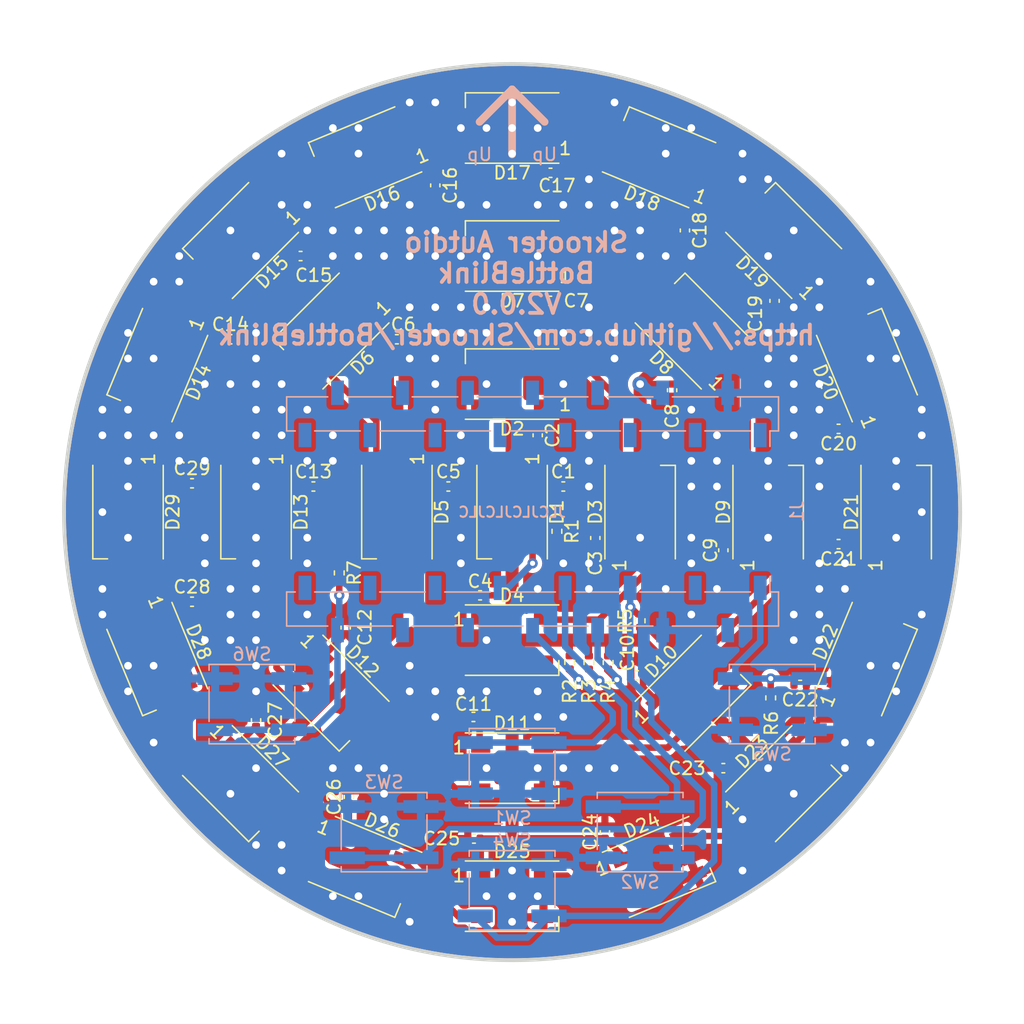
<source format=kicad_pcb>
(kicad_pcb (version 20221018) (generator pcbnew)
  (layers (0 "F.Cu" signal) (31 "B.Cu" signal) (34 "B.Paste" user) (35 "F.Paste" user) (36 "B.SilkS" user "B.Silkscreen") (37 "F.SilkS" user "F.Silkscreen") (38 "B.Mask" user) (39 "F.Mask" user) (44 "Edge.Cuts" user))
  (net 0 "")
  (net 1 "GND")
  (net 2 "/LedIn")
  (net 3 "/Btn2")
  (net 4 "/Btn1")
  (net 6 "+5V")
  (net 7 "Net-(D1-DOUT)")
  (net 8 "Net-(D2-DOUT)")
  (net 9 "Net-(D3-DOUT)")
  (net 10 "Net-(D4-DOUT)")
  (net 11 "Net-(D5-DOUT)")
  (net 12 "Net-(D6-DOUT)")
  (net 13 "Net-(D7-DOUT)")
  (net 14 "Net-(D8-DOUT)")
  (net 15 "Net-(D10-DIN)")
  (net 16 "Net-(D10-DOUT)")
  (net 17 "Net-(D11-DOUT)")
  (net 18 "Net-(D12-DOUT)")
  (net 19 "Net-(D13-DOUT)")
  (net 20 "Net-(D14-DOUT)")
  (net 21 "Net-(D15-DOUT)")
  (net 22 "Net-(D16-DOUT)")
  (net 23 "Net-(D17-DOUT)")
  (net 24 "Net-(D18-DOUT)")
  (net 25 "Net-(D19-DOUT)")
  (net 26 "Net-(D20-DOUT)")
  (net 27 "Net-(D21-DOUT)")
  (net 28 "Net-(D22-DOUT)")
  (net 29 "Net-(D23-DOUT)")
  (net 30 "Net-(D24-DOUT)")
  (net 31 "Net-(D25-DOUT)")
  (net 32 "Net-(D26-DOUT)")
  (net 33 "Net-(D27-DOUT)")
  (net 34 "Net-(D28-DOUT)")
  (net 49 "/Btn6")
  (net 50 "/Btn5")
  (net 51 "/Btn4")
  (net 52 "/Btn3")
  (footprint "LED_SMD:LED_WS2812B_PLCC4_5.0x5.0mm_P3.2mm" (layer "F.Cu") (at 120 100 90)
    (fp_text reference "D9")
    (fp_text value "WS2812B")
  )
  (footprint "LED_SMD:LED_WS2812B_PLCC4_5.0x5.0mm_P3.2mm" (layer "F.Cu") (at 70 100 -90)
    (fp_text reference "D29")
    (fp_text value "WS2812B")
  )
  (footprint "LED_SMD:LED_WS2812B_PLCC4_5.0x5.0mm_P3.2mm" (layer "F.Cu") (at 72.28361 111.4805 -67.5)
    (fp_text reference "D28")
    (fp_text value "WS2812B")
  )
  (footprint "LED_SMD:LED_WS2812B_PLCC4_5.0x5.0mm_P3.2mm" (layer "F.Cu") (at 130 100 90)
    (fp_text reference "D21")
    (fp_text value "WS2812B")
  )
  (footprint "LED_SMD:LED_WS2812B_PLCC4_5.0x5.0mm_P3.2mm" (layer "F.Cu") (at 121.2132 121.2132 45)
    (fp_text reference "D23")
    (fp_text value "WS2812B")
  )
  (footprint "LED_SMD:LED_WS2812B_PLCC4_5.0x5.0mm_P3.2mm" (layer "F.Cu") (at 100 130)
    (fp_text reference "D25")
    (fp_text value "WS2812B")
  )
  (footprint "LED_SMD:LED_WS2812B_PLCC4_5.0x5.0mm_P3.2mm" (layer "F.Cu") (at 78.7868 121.2132 -45)
    (fp_text reference "D27")
    (fp_text value "WS2812B")
  )
  (footprint "LED_SMD:LED_WS2812B_PLCC4_5.0x5.0mm_P3.2mm" (layer "F.Cu") (at 127.71639 88.5195 112.5)
    (fp_text reference "D20")
    (fp_text value "WS2812B")
  )
  (footprint "LED_SMD:LED_WS2812B_PLCC4_5.0x5.0mm_P3.2mm" (layer "F.Cu") (at 114.14214 114.14214 45)
    (fp_text reference "D10")
    (fp_text value "WS2812B")
  )
  (footprint "LED_SMD:LED_WS2812B_PLCC4_5.0x5.0mm_P3.2mm" (layer "F.Cu") (at 121.2132 78.7868 135)
    (fp_text reference "D19")
    (fp_text value "WS2812B")
  )
  (footprint "LED_SMD:LED_WS2812B_PLCC4_5.0x5.0mm_P3.2mm" (layer "F.Cu") (at 111.4805 72.28361 157.5)
    (fp_text reference "D18")
    (fp_text value "WS2812B")
  )
  (footprint "LED_SMD:LED_WS2812B_PLCC4_5.0x5.0mm_P3.2mm" (layer "F.Cu") (at 100 70 180)
    (fp_text reference "D17")
    (fp_text value "WS2812B")
  )
  (footprint "LED_SMD:LED_WS2812B_PLCC4_5.0x5.0mm_P3.2mm" (layer "F.Cu") (at 88.5195 72.28361 -157.5)
    (fp_text reference "D16")
    (fp_text value "WS2812B")
  )
  (footprint "LED_SMD:LED_WS2812B_PLCC4_5.0x5.0mm_P3.2mm" (layer "F.Cu") (at 78.7868 78.7868 -135)
    (fp_text reference "D15")
    (fp_text value "WS2812B")
  )
  (footprint "LED_SMD:LED_WS2812B_PLCC4_5.0x5.0mm_P3.2mm" (layer "F.Cu") (at 72.28361 88.5195 -112.5)
    (fp_text reference "D14")
    (fp_text value "WS2812B")
  )
  (footprint "LED_SMD:LED_WS2812B_PLCC4_5.0x5.0mm_P3.2mm" (layer "F.Cu") (at 127.71639 111.4805 67.5)
    (fp_text reference "D22")
    (fp_text value "WS2812B")
  )
  (footprint "LED_SMD:LED_WS2812B_PLCC4_5.0x5.0mm_P3.2mm" (layer "F.Cu") (at 88.5195 127.71639 -22.5)
    (fp_text reference "D26")
    (fp_text value "WS2812B")
  )
  (footprint "LED_SMD:LED_WS2812B_PLCC4_5.0x5.0mm_P3.2mm" (layer "F.Cu") (at 111.4805 127.71639 22.5)
    (fp_text reference "D24")
    (fp_text value "WS2812B")
  )
  (footprint "LED_SMD:LED_WS2812B_PLCC4_5.0x5.0mm_P3.2mm" (layer "F.Cu") (at 100 120)
    (fp_text reference "D11")
    (fp_text value "WS2812B")
  )
  (footprint "LED_SMD:LED_WS2812B_PLCC4_5.0x5.0mm_P3.2mm" (layer "F.Cu") (at 80 100 -90)
    (fp_text reference "D13")
    (fp_text value "WS2812B")
  )
  (footprint "LED_SMD:LED_WS2812B_PLCC4_5.0x5.0mm_P3.2mm" (layer "F.Cu") (at 100 90 180)
    (fp_text reference "D2")
    (fp_text value "WS2812B")
  )
  (footprint "LED_SMD:LED_WS2812B_PLCC4_5.0x5.0mm_P3.2mm" (layer "F.Cu") (at 85.85786 85.85786 -135)
    (fp_text reference "D6")
    (fp_text value "WS2812B")
  )
  (footprint "LED_SMD:LED_WS2812B_PLCC4_5.0x5.0mm_P3.2mm" (layer "F.Cu") (at 100 110)
    (fp_text reference "D4")
    (fp_text value "WS2812B")
  )
  (footprint "LED_SMD:LED_WS2812B_PLCC4_5.0x5.0mm_P3.2mm" (layer "F.Cu") (at 100 80 180)
    (fp_text reference "D7")
    (fp_text value "WS2812B")
  )
  (footprint "LED_SMD:LED_WS2812B_PLCC4_5.0x5.0mm_P3.2mm" (layer "F.Cu") (at 91 100 -90)
    (fp_text reference "D5")
    (fp_text value "WS2812B")
  )
  (footprint "LED_SMD:LED_WS2812B_PLCC4_5.0x5.0mm_P3.2mm" (layer "F.Cu") (at 85.85786 114.14214 -45)
    (fp_text reference "D12")
    (fp_text value "WS2812B")
  )
  (footprint "LED_SMD:LED_WS2812B_PLCC4_5.0x5.0mm_P3.2mm" (layer "F.Cu") (at 110 100 90)
    (fp_text reference "D3")
    (fp_text value "WS2812B")
  )
  (footprint "LED_SMD:LED_WS2812B_PLCC4_5.0x5.0mm_P3.2mm" (layer "F.Cu") (at 114.14214 85.85786 135)
    (fp_text reference "D8")
    (fp_text value "WS2812B")
  )
  (footprint "LED_SMD:LED_WS2812B_PLCC4_5.0x5.0mm_P3.2mm" (layer "F.Cu") (at 100 100 -90)
    (fp_text reference "D1")
    (fp_text value "WS2812B")
  )
  (footprint "Capacitor_SMD:C_0402_1005Metric" (layer "F.Cu") (at 97.5 106.5 180)
    (fp_text reference "C4")
    (fp_text value "1u")
  )
  (footprint "Capacitor_SMD:C_0402_1005Metric" (layer "F.Cu") (at 104 98)
    (fp_text reference "C1")
    (fp_text value "1u")
  )
  (footprint "Capacitor_SMD:C_0402_1005Metric" (layer "F.Cu") (at 102 94 -90)
    (fp_text reference "C2")
    (fp_text value "1u")
  )
  (footprint "Capacitor_SMD:C_0402_1005Metric" (layer "F.Cu") (at 106.5 102.02 -90)
    (fp_text reference "C3")
    (fp_text value "1u")
  )
  (footprint "Capacitor_SMD:C_0402_1005Metric" (layer "F.Cu") (at 95.02 98)
    (fp_text reference "C5")
    (fp_text value "1u")
  )
  (footprint "Capacitor_SMD:C_0402_1005Metric" (layer "F.Cu") (at 91 86.5)
    (fp_text reference "C6")
    (fp_text value "1u")
  )
  (footprint "Capacitor_SMD:C_0402_1005Metric" (layer "F.Cu") (at 102.98 83.5)
    (fp_text reference "C7")
    (fp_text value "1u")
  )
  (footprint "Capacitor_SMD:C_0402_1005Metric" (layer "F.Cu") (at 112.5 90.48 -90)
    (fp_text reference "C8")
    (fp_text value "1u")
  )
  (footprint "Capacitor_SMD:C_0402_1005Metric" (layer "F.Cu") (at 116.5 102.98 -90)
    (fp_text reference "C9")
    (fp_text value "1u")
  )
  (footprint "Capacitor_SMD:C_0402_1005Metric" (layer "F.Cu") (at 109.75 112.75 180)
    (fp_text reference "C10")
    (fp_text value "1u")
  )
  (footprint "Resistor_SMD:R_0402_1005Metric" (layer "F.Cu") (at 104.5 111.74 -90)
    (fp_text reference "R2")
    (fp_text value "10k")
  )
  (footprint "Resistor_SMD:R_0402_1005Metric" (layer "F.Cu") (at 106 111.75 -90)
    (fp_text reference "R3")
    (fp_text value "10k")
  )
  (footprint "Capacitor_SMD:C_0402_1005Metric" (layer "F.Cu") (at 96.98 116 180)
    (fp_text reference "C11")
    (fp_text value "1u")
  )
  (footprint "Capacitor_SMD:C_0402_1005Metric" (layer "F.Cu") (at 87 109.02 90)
    (fp_text reference "C12")
    (fp_text value "1u")
  )
  (footprint "Capacitor_SMD:C_0402_1005Metric" (layer "F.Cu") (at 94 74.48 -90)
    (fp_text reference "C16")
    (fp_text value "1u")
  )
  (footprint "Resistor_SMD:R_0402_1005Metric" (layer "F.Cu") (at 110 108.49 90)
    (fp_text reference "R5")
    (fp_text value "10k")
  )
  (footprint "Capacitor_SMD:C_0402_1005Metric" (layer "F.Cu") (at 75 97.75)
    (fp_text reference "C29")
    (fp_text value "1u")
  )
  (footprint "Capacitor_SMD:C_0402_1005Metric" (layer "F.Cu") (at 87.25 122.25 90)
    (fp_text reference "C26")
    (fp_text value "1u")
  )
  (footprint "Resistor_SMD:R_0402_1005Metric" (layer "F.Cu") (at 107.5 111.75 -90)
    (fp_text reference "R4")
    (fp_text value "10k")
  )
  (footprint "Capacitor_SMD:C_0402_1005Metric" (layer "F.Cu") (at 75 107)
    (fp_text reference "C28")
    (fp_text value "1u")
  )
  (footprint "Capacitor_SMD:C_0402_1005Metric" (layer "F.Cu") (at 125.5 102.5 180)
    (fp_text reference "C21")
    (fp_text value "1u")
  )
  (footprint "Capacitor_SMD:C_0402_1005Metric" (layer "F.Cu") (at 84.48 98)
    (fp_text reference "C13")
    (fp_text value "1u")
  )
  (footprint "Capacitor_SMD:C_0402_1005Metric" (layer "F.Cu") (at 120.5 83.5 -90)
    (fp_text reference "C19")
    (fp_text value "1u")
  )
  (footprint "Capacitor_SMD:C_0402_1005Metric" (layer "F.Cu") (at 97.02 125.5 180)
    (fp_text reference "C25")
    (fp_text value "1u")
  )
  (footprint "Capacitor_SMD:C_0402_1005Metric" (layer "F.Cu") (at 113.5 78 -90)
    (fp_text reference "C18")
    (fp_text value "1u")
  )
  (footprint "Capacitor_SMD:C_0402_1005Metric" (layer "F.Cu") (at 107.25 125 90)
    (fp_text reference "C24")
    (fp_text value "1u")
  )
  (footprint "Resistor_SMD:R_0402_1005Metric" (layer "F.Cu") (at 103.5 101.5 -90)
    (fp_text reference "R1")
    (fp_text value "1k")
  )
  (footprint "Capacitor_SMD:C_0402_1005Metric" (layer "F.Cu") (at 116.5 120 180)
    (fp_text reference "C23")
    (fp_text value "1u")
  )
  (footprint "Resistor_SMD:R_0402_1005Metric" (layer "F.Cu") (at 120.2 114.51 90)
    (fp_text reference "R6")
    (fp_text value "10k")
  )
  (footprint "Capacitor_SMD:C_0402_1005Metric" (layer "F.Cu") (at 83.48 80)
    (fp_text reference "C15")
    (fp_text value "1u")
  )
  (footprint "Capacitor_SMD:C_0402_1005Metric" (layer "F.Cu") (at 78 86.5)
    (fp_text reference "C14")
    (fp_text value "1u")
  )
  (footprint "Resistor_SMD:R_0402_1005Metric" (layer "F.Cu") (at 86.5 104.75 -90)
    (fp_text reference "R7")
    (fp_text value "10k")
  )
  (footprint "Capacitor_SMD:C_0402_1005Metric" (layer "F.Cu") (at 125.5 93.5 180)
    (fp_text reference "C20")
    (fp_text value "1u")
  )
  (footprint "Capacitor_SMD:C_0402_1005Metric" (layer "F.Cu") (at 80 116.25 90)
    (fp_text reference "C27")
    (fp_text value "1u")
  )
  (footprint "Capacitor_SMD:C_0402_1005Metric" (layer "F.Cu") (at 103 73.5)
    (fp_text reference "C17")
    (fp_text value "1u")
  )
  (footprint "Capacitor_SMD:C_0402_1005Metric" (layer "F.Cu") (at 122.5 113.5 180)
    (fp_text reference "C22")
    (fp_text value "1u")
  )
  (footprint "Button_Switch_SMD:SW_SPST_EVQP0" (layer "B.Cu") (at 100 120)
    (fp_text reference "SW1")
    (fp_text value "SW_DPST_x2")
  )
  (footprint "Button_Switch_SMD:SW_SPST_EVQP0" (layer "B.Cu") (at 110 125)
    (fp_text reference "SW2")
    (fp_text value "SW_DPST_x2")
  )
  (footprint "Button_Switch_SMD:SW_SPST_EVQP0" (layer "B.Cu") (at 79.68 115 180)
    (fp_text reference "SW6")
    (fp_text value "SW_DPST_x2")
  )
  (footprint "Button_Switch_SMD:SW_SPST_EVQP0" (layer "B.Cu") (at 90 125 180)
    (fp_text reference "SW3")
    (fp_text value "SW_DPST_x2")
  )
  (footprint "Button_Switch_SMD:SW_SPST_EVQP0" (layer "B.Cu") (at 120.32 115)
    (fp_text reference "SW5")
    (fp_text value "SW_DPST_x2")
  )
  (footprint "SkrooterFootprints:ArduinoNanoSMD" (layer "B.Cu") (at 101.6 99.95 90)
    (fp_text reference "J1")
    (fp_text value "Arduino_Nano_v2.x")
  )
  (footprint "Button_Switch_SMD:SW_SPST_EVQP0" (layer "B.Cu") (at 100 129.54 180)
    (fp_text reference "SW4")
    (fp_text value "SW_DPST_x2")
  )
  (gr_line (start 100 72.06) (end 100 66.98) (stroke (width 0.6)) (layer "B.SilkS"))
  (gr_line (start 102.54 69.52) (end 100 66.98) (stroke (width 0.6)) (layer "B.SilkS"))
  (gr_line (start 97.46 69.52) (end 100 66.98) (stroke (width 0.6)) (layer "B.SilkS"))
  (gr_circle (center 100 100) (end 135 100) (stroke (width 0.3)) (fill none) (layer "Edge.Cuts"))
  (gr_text "JLCJLCJLCJLC" (at 100 100) (layer "B.SilkS") (effects (font (size 0.8128 0.8128) (thickness 0.1524)) (justify mirror)))
  (gr_text "Up" (at 97.46 72.06) (layer "B.SilkS") (effects (font (size 1 1)) (justify mirror)))
  (gr_text "Up" (at 102.54 72.06) (layer "B.SilkS") (effects (font (size 1 1)) (justify mirror)))
  (gr_text "Skrooter Autdio\nBottleBlink\nV2.0.0\nhttps://github.com/Skrooter/BottleBlink" (at 100.33 82.55) (layer "B.SilkS") (effects (font (size 1.5 1.5) (thickness 0.3)) (justify mirror)))
  (via (at 112 106) (size 1.2) (drill 0.6) (layers "F.Cu" "B.Cu") (net 1))
  (via (at 112 94) (size 1.2) (drill 0.6) (layers "F.Cu" "B.Cu") (net 1))
  (via (at 70 92) (size 1.2) (drill 0.6) (layers "F.Cu" "B.Cu") (net 1))
  (via (at 86 130) (size 1.2) (drill 0.6) (layers "F.Cu" "B.Cu") (net 1))
  (via (at 84 102) (size 1.2) (drill 0.6) (layers "F.Cu" "B.Cu") (net 1))
  (via (at 90 76) (size 1.2) (drill 0.6) (layers "F.Cu" "B.Cu") (net 1))
  (via (at 80 86) (size 1.2) (drill 0.6) (layers "F.Cu" "B.Cu") (net 1))
  (via (at 90 122) (size 1.2) (drill 0.6) (layers "F.Cu" "B.Cu") (net 1))
  (via (at 92 112) (size 1.2) (drill 0.6) (layers "F.Cu" "B.Cu") (net 1))
  (via (at 106 98) (size 1.2) (drill 0.6) (layers "F.Cu" "B.Cu") (net 1))
  (via (at 104 116) (size 1.2) (drill 0.6) (layers "F.Cu" "B.Cu") (net 1))
  (via (at 100 130) (size 1.2) (drill 0.6) (layers "F.Cu" "B.Cu") (net 1))
  (via (at 122 108) (size 1.2) (drill 0.6) (layers "F.Cu" "B.Cu") (net 1))
  (via (at 124 98) (size 1.2) (drill 0.6) (layers "F.Cu" "B.Cu") (net 1))
  (via (at 70 102) (size 1.2) (drill 0.6) (layers "F.Cu" "B.Cu") (net 1))
  (via (at 92 78) (size 1.2) (drill 0.6) (layers "F.Cu" "B.Cu") (net 1))
  (via (at 104 86) (size 1.2) (drill 0.6) (layers "F.Cu" "B.Cu") (net 1))
  (via (at 90 120) (size 1.2) (drill 0.6) (layers "F.Cu" "B.Cu") (net 1))
  (via (at 130 112) (size 1.2) (drill 0.6) (layers "F.Cu" "B.Cu") (net 1))
  (via (at 76 90) (size 1.2) (drill 0.6) (layers "F.Cu" "B.Cu") (net 1))
  (via (at 122 110) (size 1.2) (drill 0.6) (layers "F.Cu" "B.Cu") (net 1))
  (via (at 76 96) (size 1.2) (drill 0.6) (layers "F.Cu" "B.Cu") (net 1))
  (via (at 94 92) (size 1.2) (drill 0.6) (layers "F.Cu" "B.Cu") (net 1))
  (via (at 94 116) (size 1.2) (drill 0.6) (layers "F.Cu" "B.Cu") (net 1))
  (via (at 96 94) (size 1.2) (drill 0.6) (layers "F.Cu" "B.Cu") (net 1))
  (via (at 112 72) (size 1.2) (drill 0.6) (layers "F.Cu" "B.Cu") (net 1))
  (via (at 86 78) (size 1.2) (drill 0.6) (layers "F.Cu" "B.Cu") (net 1))
  (via (at 132 100) (size 1.2) (drill 0.6) (layers "F.Cu" "B.Cu") (net 1))
  (via (at 114 96) (size 1.2) (drill 0.6) (layers "F.Cu" "B.Cu") (net 1))
  (via (at 94 90) (size 1.2) (drill 0.6) (layers "F.Cu" "B.Cu") (net 1))
  (via (at 78 106) (size 1.2) (drill 0.6) (layers "F.Cu" "B.Cu") (net 1))
  (via (at 88 80) (size 1.2) (drill 0.6) (layers "F.Cu" "B.Cu") (net 1))
  (via (at 110 102) (size 1.2) (drill 0.6) (layers "F.Cu" "B.Cu") (net 1))
  (via (at 98 130) (size 1.2) (drill 0.6) (layers "F.Cu" "B.Cu") (net 1))
  (via (at 70 112) (size 1.2) (drill 0.6) (layers "F.Cu" "B.Cu") (net 1))
  (via (at 96 70) (size 1.2) (drill 0.6) (layers "F.Cu" "B.Cu") (net 1))
  (via (at 80 90) (size 1.2) (drill 0.6) (layers "F.Cu" "B.Cu") (net 1))
  (via (at 96 84) (size 1.2) (drill 0.6) (layers "F.Cu" "B.Cu") (net 1))
  (via (at 80 98) (size 1.2) (drill 0.6) (layers "F.Cu" "B.Cu") (net 1))
  (via (at 120 74) (size 1.2) (drill 0.6) (layers "F.Cu" "B.Cu") (net 1))
  (via (at 76 104) (size 1.2) (drill 0.6) (layers "F.Cu" "B.Cu") (net 1))
  (via (at 80 112) (size 1.2) (drill 0.6) (layers "F.Cu" "B.Cu") (net 1))
  (via (at 80 110) (size 1.2) (drill 0.6) (layers "F.Cu" "B.Cu") (net 1))
  (via (at 128 112) (size 1.2) (drill 0.6) (layers "F.Cu" "B.Cu") (net 1))
  (via (at 80 126) (size 1.2) (drill 0.6) (layers "F.Cu" "B.Cu") (net 1))
  (via (at 114 102) (size 1.2) (drill 0.6) (layers "F.Cu" "B.Cu") (net 1))
  (via (at 84 108) (size 1.2) (drill 0.6) (layers "F.Cu" "B.Cu") (net 1))
  (via (at 124 104) (size 1.2) (drill 0.6) (layers "F.Cu" "B.Cu") (net 1))
  (via (at 80 102) (size 1.2) (drill 0.6) (layers "F.Cu" "B.Cu") (net 1))
  (via (at 96 96) (size 1.2) (drill 0.6) (layers "F.Cu" "B.Cu") (net 1))
  (via (at 98 90) (size 1.2) (drill 0.6) (layers "F.Cu" "B.Cu") (net 1))
  (via (at 72 118) (size 1.2) (drill 0.6) (layers "F.Cu" "B.Cu") (net 1))
  (via (at 84 104) (size 1.2) (drill 0.6) (layers "F.Cu" "B.Cu") (net 1))
  (via (at 110 80) (size 1.2) (drill 0.6) (layers "F.Cu" "B.Cu") (net 1))
  (via (at 86 96) (size 1.2) (drill 0.6) (layers "F.Cu" "B.Cu") (net 1))
  (via (at 106 106) (size 1.2) (drill 0.6) (layers "F.Cu" "B.Cu") (net 1))
  (via (at 80 114) (size 1.2) (drill 0.6) (layers "F.Cu" "B.Cu") (net 1))
  (via (at 120 120) (size 1.2) (drill 0.6) (layers "F.Cu" "B.Cu") (net 1))
  (via (at 70 98) (size 1.2) (drill 0.6) (layers "F.Cu" "B.Cu") (net 1))
  (via (at 70 94) (size 1.2) (drill 0.6) (layers "F.Cu" "B.Cu") (net 1))
  (via (at 108 88) (size 1.2) (drill 0.6) (layers "F.Cu" "B.Cu") (net 1))
  (via (at 98 76) (size 1.2) (drill 0.6) (layers "F.Cu" "B.Cu") (net 1))
  (via (at 106 76) (size 1.2) (drill 0.6) (layers "F.Cu" "B.Cu") (net 1))
  (via (at 68 108) (size 1.2) (drill 0.6) (layers "F.Cu" "B.Cu") (net 1))
  (via (at 122 90) (size 1.2) (drill 0.6) (layers "F.Cu" "B.Cu") (net 1))
  (via (at 80 104) (size 1.2) (drill 0.6) (layers "F.Cu" "B.Cu") (net 1))
  (via (at 88 72) (size 1.2) (drill 0.6) (layers "F.Cu" "B.Cu") (net 1))
  (via (at 86 80) (size 1.2) (drill 0.6) (layers "F.Cu" "B.Cu") (net 1))
  (via (at 120 92) (size 1.2) (drill 0.6) (layers "F.Cu" "B.Cu") (net 1))
  (via (at 112 80) (size 1.2) (drill 0.6) (layers "F.Cu" "B.Cu") (net 1))
  (via (at 98 110) (size 1.2) (drill 0.6) (layers "F.Cu" "B.Cu") (net 1))
  (via (at 106 120) (size 1.2) (drill 0.6) (layers "F.Cu" "B.Cu") (net 1))
  (via (at 100 132) (size 1.2) (drill 0.6) (layers "F.Cu" "B.Cu") (net 1))
  (via (at 88 120) (size 1.2) (drill 0.6) (layers "F.Cu" "B.Cu") (net 1))
  (via (at 120 98) (size 1.2) (drill 0.6) (layers "F.Cu" "B.Cu") (net 1))
  (via (at 80 106) (size 1.2) (drill 0.6) (layers "F.Cu" "B.Cu") (net 1))
  (via (at 98 114) (size 1.2) (drill 0.6) (layers "F.Cu" "B.Cu") (net 1))
  (via (at 130 96) (size 1.2) (drill 0.6) (layers "F.Cu" "B.Cu") (net 1))
  (via (at 98 84) (size 1.2) (drill 0.6) (layers "F.Cu" "B.Cu") (net 1))
  (via (at 86 70) (size 1.2) (drill 0.6) (layers "F.Cu" "B.Cu") (net 1))
  (via (at 126 104) (size 1.2) (drill 0.6) (layers "F.Cu" "B.Cu") (net 1))
  (via (at 124 82) (size 1.2) (drill 0.6) (layers "F.Cu" "B.Cu") (net 1))
  (via (at 76 102) (size 1.2) (drill 0.6) (layers "F.Cu" "B.Cu") (net 1))
  (via (at 102 120) (size 1.2) (drill 0.6) (layers "F.Cu" "B.Cu") (net 1))
  (via (at 130 98) (size 1.2) (drill 0.6) (layers "F.Cu" "B.Cu") (net 1))
  (via (at 76 110) (size 1.2) (drill 0.6) (layers "F.Cu" "B.Cu") (net 1))
  (via (at 86 120) (size 1.2) (drill 0.6) (layers "F.Cu" "B.Cu") (net 1))
  (via (at 78 90) (size 1.2) (drill 0.6) (layers "F.Cu" "B.Cu") (net 1))
  (via (at 92 84) (size 1.2) (drill 0.6) (layers "F.Cu" "B.Cu") (net 1))
  (via (at 120 80) (size 1.2) (drill 0.6) (layers "F.Cu" "B.Cu") (net 1))
  (via (at 92 132) (size 1.2) (drill 0.6) (layers "F.Cu" "B.Cu") (net 1))
  (via (at 94 78) (size 1.2) (drill 0.6) (layers "F.Cu" "B.Cu") (net 1))
  (via (at 106 96) (size 1.2) (drill 0.6) (layers "F.Cu" "B.Cu") (net 1))
  (via (at 124 92) (size 1.2) (drill 0.6) (layers "F.Cu" "B.Cu") (net 1))
  (via (at 90 124) (size 1.2) (drill 0.6) (layers "F.Cu" "B.Cu") (net 1))
  (via (at 68 94) (size 1.2) (drill 0.6) (layers "F.Cu" "B.Cu") (net 1))
  (via (at 94 80) (size 1.2) (drill 0.6) (layers "F.Cu" "B.Cu") (net 1))
  (via (at 72 94) (size 1.2) (drill 0.6) (layers "F.Cu" "B.Cu") (net 1))
  (via (at 112 70) (size 1.2) (drill 0.6) (layers "F.Cu" "B.Cu") (net 1))
  (via (at 124 106) (size 1.2) (drill 0.6) (layers "F.Cu" "B.Cu") (net 1))
  (via (at 114 80) (size 1.2) (drill 0.6) (layers "F.Cu" "B.Cu") (net 1))
  (via (at 128 118) (size 1.2) (drill 0.6) (layers "F.Cu" "B.Cu") (net 1))
  (via (at 126 106) (size 1.2) (drill 0.6) (layers "F.Cu" "B.Cu") (net 1))
  (via (at 124 110) (size 1.2) (drill 0.6) (layers "F.Cu" "B.Cu") (net 1))
  (via (at 94 84) (size 1.2) (drill 0.6) (layers "F.Cu" "B.Cu") (net 1))
  (via (at 80 96) (size 1.2) (drill 0.6) (layers "F.Cu" "B.Cu") (net 1))
  (via (at 122 86) (size 1.2) (drill 0.6) (layers "F.Cu" "B.Cu") (net 1))
  (via (at 82 128) (size 1.2) (drill 0.6) (layers "F.Cu" "B.Cu") (net 1))
  (via (at 124 96) (size 1.2) (drill 0.6) (layers "F.Cu" "B.Cu") (net 1))
  (via (at 96 104) (size 1.2) (drill 0.6) (layers "F.Cu" "B.Cu") (net 1))
  (via (at 106 94) (size 1.2) (drill 0.6) (layers "F.Cu" "B.Cu") (net 1))
  (via (at 106 74) (size 1.2) (drill 0.6) (layers "F.Cu" "B.Cu") (net 1))
  (via (at 108 76) (size 1.2) (drill 0.6) (layers "F.Cu" "B.Cu") (net 1))
  (via (at 100 128) (size 1.2) (drill 0.6) (layers "F.Cu" "B.Cu") (net 1))
  (via (at 110 78) (size 1.2) (drill 0.6) (layers "F.Cu" "B.Cu") (net 1))
  (via (at 122 94) (size 1.2) (drill 0.6) (layers "F.Cu" "B.Cu") (net 1))
  (via (at 118 124) (size 1.2) (drill 0.6) (layers "F.Cu" "B.Cu") (net 1))
  (via (at 126 118) (size 1.2) (drill 0.6) (layers "F.Cu" "B.Cu") (net 1))
  (via (at 104 96) (size 1.2) (drill 0.6) (layers "F.Cu" "B.Cu") (net 1))
  (via (at 84 78) (size 1.2) (drill 0.6) (layers "F.Cu" "B.Cu") (net 1))
  (via (at 80 120) (size 1.2) (drill 0.6) (layers "F.Cu" "B.Cu") (net 1))
  (via (at 72 88) (size 1.2) (drill 0.6) (layers "F.Cu" "B.Cu") (net 1))
  (via (at 124 84) (size 1.2) (drill 0.6) (layers "F.Cu" "B.Cu") (net 1))
  (via (at 82 72) (size 1.2) (drill 0.6) (layers "F.Cu" "B.Cu") (net 1))
  (via (at 106 86) (size 1.2) (drill 0.6) (layers "F.Cu" "B.Cu") (net 1))
  (via (at 102 76) (size 1.2) (drill 0.6) (layers "F.Cu" "B.Cu") (net 1))
  (via (at 106 84) (size 1.2) (drill 0.6) (layers "F.Cu" "B.Cu") (net 1))
  (via (at 92 114) (size 1.2) (drill 0.6) (layers "F.Cu" "B.Cu") (net 1))
  (via (at 92 68) (size 1.2) (drill 0.6) (layers "F.Cu" "B.Cu") (net 1))
  (via (at 100 70) (size 1.2) (drill 0.6) (layers "F.Cu" "B.Cu") (net 1))
  (via (at 118 74) (size 1.2) (drill 0.6) (layers "F.Cu" "B.Cu") (net 1))
  (via (at 80 92) (size 1.2) (drill 0.6) (layers "F.Cu" "B.Cu") (net 1))
  (via (at 74 80) (size 1.2) (drill 0.6) (layers "F.Cu" "B.Cu") (net 1))
  (via (at 96 76) (size 1.2) (drill 0.6) (layers "F.Cu" "B.Cu") (net 1))
  (via (at 118 128) (size 1.2) (drill 0.6) (layers "F.Cu" "B.Cu") (net 1))
  (via (at 108 86) (size 1.2) (drill 0.6) (layers "F.Cu" "B.Cu") (net 1))
  (via (at 70 114) (size 1.2) (drill 0.6) (layers "F.Cu" "B.Cu") (net 1))
  (via (at 102 86) (size 1.2) (drill 0.6) (layers "F.Cu" "B.Cu") (net 1))
  (via (at 68 92) (size 1.2) (drill 0.6) (layers "F.Cu" "B.Cu") (net 1))
  (via (at 102 116) (size 1.2) (drill 0.6) (layers "F.Cu" "B.Cu") (net 1))
  (via (at 130 88) (size 1.2) (drill 0.6) (layers "F.Cu" "B.Cu") (net 1))
  (via (at 110 76) (size 1.2) (drill 0.6) (layers "F.Cu" "B.Cu") (net 1))
  (via (at 84 92) (size 1.2) (drill 0.6) (layers "F.Cu" "B.Cu") (net 1))
  (via (at 120 102) (size 1.2) (drill 0.6) (layers "F.Cu" "B.Cu") (net 1))
  (via (at 120 96) (size 1.2) (drill 0.6) (layers "F.Cu" "B.Cu") (net 1))
  (via (at 104 104) (size 1.2) (drill 0.6) (layers "F.Cu" "B.Cu") (net 1))
  (via (at 78 122) (size 1.2) (drill 0.6) (layers "F.Cu" "B.Cu") (net 1))
  (via (at 132 92) (size 1.2) (drill 0.6) (layers "F.Cu" "B.Cu") (net 1))
  (via (at 130 102) (size 1.2) (drill 0.6) (layers "F.Cu" "B.Cu") (net 1))
  (via (at 116 106) (size 1.2) (drill 0.6) (layers "F.Cu" "B.Cu") (net 1))
  (via (at 80 80) (size 1.2) (drill 0.6) (layers "F.Cu" "B.Cu") (net 1))
  (via (at 78 110) (size 1.2) (drill 0.6) (layers "F.Cu" "B.Cu") (net 1))
  (via (at 82 76) (size 1.2) (drill 0.6) (layers "F.Cu" "B.Cu") (net 1))
  (via (at 122 78) (size 1.2) (drill 0.6) (layers "F.Cu" "B.Cu") (net 1))
  (via (at 68 106) (size 1.2) (drill 0.6) (layers "F.Cu" "B.Cu") (net 1))
  (via (at 128 82) (size 1.2) (drill 0.6) (layers "F.Cu" "B.Cu") (net 1))
  (via (at 122 88) (size 1.2) (drill 0.6) (layers "F.Cu" "B.Cu") (net 1))
  (via (at 72 112) (size 1.2) (drill 0.6) (layers "F.Cu" "B.Cu") (net 1))
  (via (at 118 72) (size 1.2) (drill 0.6) (layers "F.Cu" "B.Cu") (net 1))
  (via (at 108 78) (size 1.2) (drill 0.6) (layers "F.Cu" "B.Cu") (net 1))
  (via (at 88 78) (size 1.2) (drill 0.6) (layers "F.Cu" "B.Cu") (net 1))
  (via (at 120 86) (size 1.2) (drill 0.6) (layers "F.Cu" "B.Cu") (net 1))
  (via (at 122 92) (size 1.2) (drill 0.6) (layers "F.Cu" "B.Cu") (net 1))
  (via (at 98 120) (size 1.2) (drill 0.6) (layers "F.Cu" "B.Cu") (net 1))
  (via (at 92 80) (size 1.2) (drill 0.6) (layers "F.Cu" "B.Cu") (net 1))
  (via (at 70 88) (size 1.2) (drill 0.6) (layers "F.Cu" "B.Cu") (net 1))
  (via (at 104 76) (size 1.2) (drill 0.6) (layers "F.Cu" "B.Cu") (net 1))
  (via (at 94 86) (size 1.2) (drill 0.6) (layers "F.Cu" "B.Cu") (net 1))
  (via (at 120 90) (size 1.2) (drill 0.6) (layers "F.Cu" "B.Cu") (net 1))
  (via (at 108 120) (size 1.2) (drill 0.6) (layers "F.Cu" "B.Cu") (net 1))
  (via (at 104 120) (size 1.2) (drill 0.6) (layers "F.Cu" "B.Cu") (net 1))
  (via (at 74 96) (size 1.2) (drill 0.6) (layers "F.Cu" "B.Cu") (net 1))
  (via (at 106 104) (size 1.2) (drill 0.6) (layers "F.Cu" "B.Cu") (net 1))
  (via (at 90 80) (size 1.2) (drill 0.6) (layers "F.Cu" "B.Cu") (net 1))
  (via (at 116 96) (size 1.2) (drill 0.6) (layers "F.Cu" "B.Cu") (net 1))
  (via (at 90 78) (size 1.2) (drill 0.6) (layers "F.Cu" "B.Cu") (net 1))
  (via (at 104 90) (size 1.2) (drill 0.6) (layers "F.Cu" "B.Cu") (net 1))
  (via (at 98 86) (size 1.2) (drill 0.6) (layers "F.Cu" "B.Cu") (net 1))
  (via (at 122 84) (size 1.2) (drill 0.6) (layers "F.Cu" "B.Cu") (net 1))
  (via (at 114 92) (size 1.2) (drill 0.6) (layers "F.Cu" "B.Cu") (net 1))
  (via (at 70 96) (size 1.2) (drill 0.6) (layers "F.Cu" "B.Cu") (net 1))
  (via (at 122 122) (size 1.2) (drill 0.6) (layers "F.Cu" "B.Cu") (net 1))
  (via (at 86 94) (size 1.2) (drill 0.6) (layers "F.Cu" "B.Cu") (net 1))
  (via (at 82 126) (size 1.2) (drill 0.6) (layers "F.Cu" "B.Cu") (net 1))
  (via (at 84 96) (size 1.2) (drill 0.6) (layers "F.Cu" "B.Cu") (net 1))
  (via (at 94 68) (size 1.2) (drill 0.6) (layers "F.Cu" "B.Cu") (net 1))
  (via (at 124 90) (size 1.2) (drill 0.6) (layers "F.Cu" "B.Cu") (net 1))
  (via (at 124 108) (size 1.2) (drill 0.6) (layers "F.Cu" "B.Cu") (net 1))
  (via (at 72 82) (size 1.2) (drill 0.6) (layers "F.Cu" "B.Cu") (net 1))
  (via (at 80 94) (size 1.2) (drill 0.6) (layers "F.Cu" "B.Cu") (net 1))
  (via (at 74 82) (size 1.2) (drill 0.6) (layers "F.Cu" "B.Cu") (net 1))
  (via (at 82 94) (size 1.2) (drill 0.6) (layers "F.Cu" "B.Cu") (net 1))
  (via (at 88 70) (size 1.2) (drill 0.6) (layers "F.Cu" "B.Cu") (net 1))
  (via (at 102 130) (size 1.2) (drill 0.6) (layers "F.Cu" "B.Cu") (net 1))
  (via (at 132 94) (size 1.2) (drill 0.6) (layers "F.Cu" "B.Cu") (net 1))
  (via (at 132 108) (size 1.2) (drill 0.6) (layers "F.Cu" "B.Cu") (net 1))
  (via (at 102 70) (size 1.2) (drill 0.6) (layers "F.Cu" "B.Cu") (net 1))
  (via (at 96 80) (size 1.2) (drill 0.6) (layers "F.Cu" "B.Cu") (net 1))
  (via (at 74 94) (size 1.2) (drill 0.6) (layers "F.Cu" "B.Cu") (net 1))
  (via (at 114 70) (size 1.2) (drill 0.6) (layers "F.Cu" "B.Cu") (net 1))
  (via (at 68 100) (size 1.2) (drill 0.6) (layers "F.Cu" "B.Cu") (net 1))
  (via (at 78 78) (size 1.2) (drill 0.6) (layers "F.Cu" "B.Cu") (net 1))
  (via (at 94 88) (size 1.2) (drill 0.6) (layers "F.Cu" "B.Cu") (net 1))
  (via (at 78 108) (size 1.2) (drill 0.6) (layers "F.Cu" "B.Cu") (net 1))
  (via (at 94 114) (size 1.2) (drill 0.6) (layers "F.Cu" "B.Cu") (net 1))
  (via (at 120 88) (size 1.2) (drill 0.6) (layers "F.Cu" "B.Cu") (net 1))
  (via (at 98 80) (size 1.2) (drill 0.6) (layers "F.Cu" "B.Cu") (net 1))
  (via (at 96 102) (size 1.2) (drill 0.6) (layers "F.Cu" "B.Cu") (net 1))
  (via (at 82 92) (size 1.2) (drill 0.6) (layers "F.Cu" "B.Cu") (net 1))
  (via (at 84 76) (size 1.2) (drill 0.6) (layers "F.Cu" "B.Cu") (net 1))
  (via (at 96 86) (size 1.2) (drill 0.6) (layers "F.Cu" "B.Cu") (net 1))
  (via (at 102 106) (size 1.2) (drill 0.6) (layers "F.Cu" "B.Cu") (net 1))
  (via (at 100 72) (size 1.2) (drill 0.6) (layers "F.Cu" "B.Cu") (net 1))
  (via (at 128 88) (size 1.2) (drill 0.6) (layers "F.Cu" "B.Cu") (net 1))
  (via (at 70 86) (size 1.2) (drill 0.6) (layers "F.Cu" "B.Cu") (net 1))
  (via (at 102 114) (size 1.2) (drill 0.6) (layers "F.Cu" "B.Cu") (net 1))
  (via (at 130 114) (size 1.2) (drill 0.6) (layers "F.Cu" "B.Cu") (net 1))
  (via (at 114 104) (size 1.2) (drill 0.6) (layers "F.Cu" "B.Cu") (net 1))
  (via (at 80 108) (size 1.2) (drill 0.6) (layers "F.Cu" "B.Cu") (net 1))
  (via (at 92 76) (size 1.2) (drill 0.6) (layers "F.Cu" "B.Cu") (net 1))
  (via (at 80 88) (size 1.2) (drill 0.6) (layers "F.Cu" "B.Cu") (net 1))
  (via (at 126 120) (size 1.2) (drill 0.6) (layers "F.Cu" "B.Cu") (net 1))
  (via (at 130 86) (size 1.2) (drill 0.6) (layers "F.Cu" "B.Cu") (net 1))
  (via (at 102 80) (size 1.2) (drill 0.6) (layers "F.Cu" "B.Cu") (net 1))
  (via (at 98 70) (size 1.2) (drill 0.6) (layers "F.Cu" "B.Cu") (net 1))
  (via (at 82 90) (size 1.2) (drill 0.6) (layers "F.Cu" "B.Cu") (net 1))
  (via (at 100 68) (size 1.2) (drill 0.6) (layers "F.Cu" "B.Cu") (net 1))
  (via (at 116 94) (size 1.2) (drill 0.6) (layers "F.Cu" "B.Cu") (net 1))
  (via (at 96 114) (size 1.2) (drill 0.6) (layers "F.Cu" "B.Cu") (net 1))
  (via (at 116 98) (size 1.2) (drill 0.6) (layers "F.Cu" "B.Cu") (net 1))
  (via (at 108 68) (size 1.2) (drill 0.6) (layers "F.Cu" "B.Cu") (net 1))
  (via (at 92 88) (size 1.2) (drill 0.6) (layers "F.Cu" "B.Cu") (net 1))
  (via (at 114 108) (size 1.2) (drill 0.6) (layers "F.Cu" "B.Cu") (net 1))
  (via (at 88 130) (size 1.2) (drill 0.6) (layers "F.Cu" "B.Cu") (net 1))
  (via (at 114 98) (size 1.2) (drill 0.6) (layers "F.Cu" "B.Cu") (net 1))
  (segment (start 103.5 102.01) (end 102.04 102.01) (width 0.508) (layer "F.Cu") (net 2))
  (segment (start 102.04 102.01) (end 101.6 102.45) (width 0.508) (layer "F.Cu") (net 2))
  (segment (start 101.6 104) (end 101.6 102.45) (width 0.508) (layer "F.Cu") (net 2))
  (via (at 101.6 104) (size 0.8) (drill 0.4) (layers "F.Cu" "B.Cu") (net 2))
  (segment (start 99.68 105.92) (end 101.6 104) (width 0.508) (layer "B.Cu") (net 2))
  (segment (start 99.06 105.92) (end 99.68 105.92) (width 0.508) (layer "B.Cu") (net 2))
  (segment (start 106.818618 113.181382) (end 106 112.362764) (width 0.508) (layer "F.Cu") (net 3))
  (segment (start 106 112.362764) (end 106 112.26) (width 0.508) (layer "F.Cu") (net 3))
  (via (at 106.818618 113.181382) (size 0.8) (drill 0.4) (layers "F.Cu" "B.Cu") (net 3))
  (segment (start 108.75 115.112764) (end 108.75 117.007236) (width 0.508) (layer "B.Cu") (net 3))
  (segment (start 104.14 110.502764) (end 104.14 105.92) (width 0.508) (layer "B.Cu") (net 3))
  (segment (start 112.88 123) (end 108.75 123) (width 0.508) (layer "B.Cu") (net 3))
  (segment (start 108.75 123) (end 107.12 123) (width 0.508) (layer "B.Cu") (net 3))
  (segment (start 106.818618 113.181382) (end 108.75 115.112764) (width 0.508) (layer "B.Cu") (net 3))
  (segment (start 108.75 117.007236) (end 112.88 121.137236) (width 0.508) (layer "B.Cu") (net 3))
  (segment (start 106.818618 113.181382) (end 104.14 110.502764) (width 0.508) (layer "B.Cu") (net 3))
  (segment (start 112.88 121.137236) (end 112.88 123) (width 0.508) (layer "B.Cu") (net 3))
  (segment (start 105.18874 113.062787) (end 104.5 112.374047) (width 0.508) (layer "F.Cu") (net 4))
  (segment (start 104.5 112.374047) (end 104.5 112.25) (width 0.508) (layer "F.Cu") (net 4))
  (via (at 105.18874 113.062787) (size 0.8) (drill 0.4) (layers "F.Cu" "B.Cu") (net 4))
  (segment (start 105.18874 113.062787) (end 105.236311 113.062787) (width 0.508) (layer "B.Cu") (net 4))
  (segment (start 105.18874 113.062787) (end 105.18874 113.015216) (width 0.508) (layer "B.Cu") (net 4))
  (segment (start 101.6 109.426476) (end 101.6 109.22) (width 0.508) (layer "B.Cu") (net 4))
  (segment (start 106.361 118) (end 102.88 118) (width 0.508) (layer "B.Cu") (net 4))
  (segment (start 107.861 116.5) (end 106.361 118) (width 0.508) (layer "B.Cu") (net 4))
  (segment (start 105.236311 113.062787) (end 107.861 115.687476) (width 0.508) (layer "B.Cu") (net 4))
  (segment (start 97.12 118) (end 102.88 118) (width 0.508) (layer "B.Cu") (net 4))
  (segment (start 105.18874 113.015216) (end 101.6 109.426476) (width 0.508) (layer "B.Cu") (net 4))
  (segment (start 107.861 115.687476) (end 107.861 116.5) (width 0.508) (layer "B.Cu") (net 4))
  (segment (start 108.604702 127.175757) (end 108.604702 126.834702) (width 0.508) (layer "F.Cu") (net 6))
  (segment (start 118.176016 81.75) (end 118.25 81.75) (width 0.508) (layer "F.Cu") (net 6))
  (segment (start 113.5 77.52) (end 113.946016 77.52) (width 0.508) (layer "F.Cu") (net 6))
  (segment (start 97.55 108.4) (end 97.55 107.45) (width 0.508) (layer "F.Cu") (net 6))
  (segment (start 78.185759 118.349418) (end 78.380582 118.349418) (width 0.508) (layer "F.Cu") (net 6))
  (segment (start 106 111.24) (end 106 110) (width 0.508) (layer "F.Cu") (net 6))
  (segment (start 107.04 101.54) (end 106.5 101.54) (width 0.508) (layer "F.Cu") (net 6))
  (segment (start 110 100) (end 110 90) (width 1.016) (layer "F.Cu") (net 6))
  (segment (start 77.52 86.5) (end 77.52 86.053984) (width 0.508) (layer "F.Cu") (net 6))
  (segment (start 77.52 86.053984) (end 81.75 81.823984) (width 0.508) (layer "F.Cu") (net 6))
  (segment (start 103.5 100.005) (end 103.505 100) (width 0.508) (layer "F.Cu") (net 6))
  (segment (start 113.131711 77.151711) (end 113.5 77.52) (width 0.508) (layer "F.Cu") (net 6))
  (segment (start 80 117) (end 80 116.73) (width 0.508) (layer "F.Cu") (net 6))
  (segment (start 100.02 125.48) (end 100 125.5) (width 0.508) (layer "F.Cu") (net 6))
  (segment (start 87.25 122.73) (end 87.25 124.918897) (width 0.508) (layer "F.Cu") (net 6))
  (segment (start 90.5 90.5) (end 81.75 81.75) (width 1.016) (layer "F.Cu") (net 6))
  (segment (start 91 91) (end 90.5 90.5) (width 1.016) (layer "F.Cu") (net 6))
  (segment (start 74.5 97.77) (end 74.52 97.75) (width 0.508) (layer "F.Cu") (net 6))
  (segment (start 122.98 113.5) (end 122.98 113.946016) (width 0.508) (layer "F.Cu") (net 6))
  (segment (start 90.52 86.5) (end 89.964823 86.5) (width 0.508) (layer "F.Cu") (net 6))
  (segment (start 107.95 102.45) (end 107.04 101.54) (width 0.508) (layer "F.Cu") (net 6))
  (segment (start 97.55 125.55) (end 97.5 125.5) (width 0.508) (layer "F.Cu") (net 6))
  (segment (start 92.6 97.55) (end 93.45 97.55) (width 0.508) (layer "F.Cu") (net 6))
  (segment (start 127.175757 91.395298) (end 125.98 92.591055) (width 0.508) (layer "F.Cu") (net 6))
  (segment (start 93.45 97.55) (end 93.9 98) (width 0.508) (layer "F.Cu") (net 6))
  (segment (start 107.25 125.48) (end 100.02 125.48) (width 0.508) (layer "F.Cu") (net 6))
  (segment (start 97.55 107.45) (end 97.98 107.02) (width 0.508) (layer "F.Cu") (net 6))
  (segment (start 118.4 102.45) (end 116.55 102.45) (width 0.508) (layer "F.Cu") (net 6))
  (segment (start 91.395298 72.824243) (end 92.571055 74) (width 0.508) (layer "F.Cu") (net 6))
  (segment (start 101.98 93.5) (end 100 93.5) (width 0.508) (layer "F.Cu") (net 6))
  (segment (start 122.98 113.946016) (end 120.863008 116.063008) (width 0.508) (layer "F.Cu") (net 6))
  (segment (start 100 116) (end 100 125.5) (width 1.016) (layer "F.Cu") (net 6))
  (segment (start 116.5 100) (end 126 100) (width 1.016) (layer "F.Cu") (net 6))
  (segment (start 88.75 111.25) (end 81.5 118.5) (width 1.016) (layer "F.Cu") (net 6))
  (segment (start 117 120) (end 118.5 118.5) (width 0.508) (layer "F.Cu") (net 6))
  (segment (start 82.55 97.55) (end 83 98) (width 0.508) (layer "F.Cu") (net 6))
  (segment (start 111.5 111.5) (end 118.5 118.5) (width 1.016) (layer "F.Cu") (net 6))
  (segment (start 91 100) (end 91 109) (width 1.016) (layer "F.Cu") (net 6))
  (segment (start 97.55 128.4) (end 97.55 125.55) (width 0.508) (layer "F.Cu") (net 6))
  (segment (start 116.935 120.399823) (end 116.98 120.354823) (width 0.508) (layer "F.Cu") (net 6))
  (segment (start 71.8 97.75) (end 71.6 97.55) (width 0.508) (layer "F.Cu") (net 6))
  (segment (start 108.604702 126.834702) (end 107.25 125.48) (width 0.508) (layer "F.Cu") (net 6))
  (segment (start 110.23 113.694823) (end 111.278358 114.743181) (width 0.508) (layer "F.Cu") (net 6))
  (segment (start 77.151711 86.868289) (end 77.52 86.5) (width 0.508) (layer "F.Cu") (net 6))
  (segment (start 110.25 112.75) (end 111.5 111.5) (width 0.508) (layer "F.Cu") (net 6))
  (segment (start 100 100) (end 103 100) (width 1.016) (layer "F.Cu") (net 6))
  (segment (start 104.5 110) (end 106 110) (width 1.016) (layer "F.Cu") (net 6))
  (segment (start 102.45 91.6) (end 102.45 93.07) (width 0.508) (layer "F.Cu") (net 6))
  (segment (start 113.946016 77.52) (end 118.176016 81.75) (width 0.508) (layer "F.Cu") (net 6))
  (segment (start 100 93) (end 100 83.5) (width 1.016) (layer "F.Cu") (net 6))
  (segment (start 104.5 111.23) (end 104.5 110) (width 0.508) (layer "F.Cu") (net 6))
  (segment (start 116.55 102.45) (end 116.5 102.5) (width 0.508) (layer "F.Cu") (net 6))
  (segment (start 93.9 98) (end 94.54 98) (width 0.508) (layer "F.Cu") (net 6))
  (segment (start 101.6 97.55) (end 103.07 97.55) (width 0.508) (layer "F.Cu") (net 6))
  (segment (start 103.5 100.99) (end 103.5 100.005) (width 0.508) (layer "F.Cu") (net 6))
  (segment (start 74.699392 86.868289) (end 77.151711 86.868289) (width 0.508) (layer "F.Cu") (net 6))
  (segment (start 107.5 111.24) (end 107.5 110) (width 0.508) (layer "F.Cu") (net 6))
  (segment (start 106.5 101.54) (end 106.5 100) (width 0.508) (layer "F.Cu") (net 6))
  (segment (start 83 79.535177) (end 83 80) (width 0.508) (layer "F.Cu") (net 6))
  (segment (start 102 93.52) (end 101.98 93.5) (width 0.508) (layer "F.Cu") (net 6))
  (segment (start 81.75 81.823984) (end 81.75 81.75) (width 0.508) (layer "F.Cu") (net 6))
  (segment (start 90.52 86.5) (end 90.52 90.48) (width 0.508) (layer "F.Cu") (net 6))
  (segment (start 126.03 102.45) (end 125.98 102.5) (width 0.508) (layer "F.Cu") (net 6))
  (segment (start 110.23 112.75) (end 110.23 113.694823) (width 0.508) (layer "F.Cu") (net 6))
  (segment (start 85.73 122.73) (end 87.25 122.73) (width 0.508) (layer "F.Cu") (net 6))
  (segment (start 92.571055 74) (end 94 74) (width 0.508) (layer "F.Cu") (net 6))
  (segment (start 102.45 93.07) (end 102 93.52) (width 0.508) (layer "F.Cu") (net 6))
  (segment (start 110 90) (end 118.25 81.75) (width 1.016) (layer "F.Cu") (net 6))
  (segment (start 125.300608 113.131711) (end 123.348289 113.131711) (width 0.508) (layer "F.Cu") (net 6))
  (segment (start 94 74) (end 100 74) (width 0.508) (layer "F.Cu") (net 6))
  (segment (start 74.5 100) (end 84 100) (width 1.016) (layer "F.Cu") (net 6))
  (segment (start 87.25 124.918897) (end 86.868289 125.300608) (width 0.508) (layer "F.Cu") (net 6))
  (segment (start 94.54 98) (end 94.54 99.96) (width 0.508) (layer "F.Cu") (net 6))
  (segment (start 119.52 83.02) (end 118.25 81.75) (width 0.508) (layer "F.Cu") (net 6))
  (segment (start 100 74) (end 102.02 74) (width 0.508) (layer "F.Cu") (net 6))
  (segment (start 113.131711 74.699392) (end 113.131711 77.151711) (width 0.508) (layer "F.Cu") (net 6))
  (segment (start 103 100) (end 103.505 100) (width 1.016) (layer "F.Cu") (net 6))
  (segment (start 97.98 107.02) (end 97.98 106.5) (width 0.508) (layer "F.Cu") (net 6))
  (segment (start 91 109) (end 88.75 111.25) (width 1.016) (layer "F.Cu") (net 6))
  (segment (start 100 100) (end 100 93) (width 1.016) (layer "F.Cu") (net 6))
  (segment (start 90.52 90.48) (end 90.5 90.5) (width 0.508) (layer "F.Cu") (net 6))
  (segment (start 91 100) (end 94.5 100) (width 1.016) (layer "F.Cu") (net 6))
  (segment (start 103.5 100) (end 103 100) (width 0.508) (layer "F.Cu") (net 6))
  (segment (start 110 109) (end 110 110) (width 0.508) (layer "F.Cu") (net 6))
  (segment (start 116.98 120) (end 117 120) (width 0.508) (layer "F.Cu") (net 6))
  (segment (start 106.5 100) (end 110 100) (width 1.016) (layer "F.Cu") (net 6))
  (segment (start 85.256819 111.243181) (end 87 109.5) (width 0.508) (layer "F.Cu") (net 6))
  (segment (start 102.5 83.5) (end 100 83.5) (width 0.508) (layer "F.Cu") (net 6))
  (segment (start 125.98 99.98) (end 126 100) (width 0.508) (layer "F.Cu") (net 6))
  (segment (start 78.380582 118.349418) (end 80 116.73) (width 0.508) (layer "F.Cu") (net 6))
  (segment (start 102.45 83.45) (end 102.5 83.5) (width 0.508) (layer "F.Cu") (net 6))
  (segment (start 125.98 92.591055) (end 125.98 93.5) (width 0.508) (layer "F.Cu") (net 6))
  (segment (start 87 109.5) (end 88.75 111.25) (width 0.508) (layer "F.Cu") (net 6))
  (segment (start 94.54 99.96) (end 94.5 100) (width 0.508) (layer "F.Cu") (net 6))
  (segment (start 74.52 97.75) (end 71.8 97.75) (width 0.508) (layer "F.Cu") (net 6))
  (segment (start 91 100) (end 91 91) (width 1.016) (layer "F.Cu") (net 6))
  (segment (start 81.6 97.55) (end 82.55 97.55) (width 0.508) (layer "F.Cu") (net 6))
  (segment (start 97.98 106.5) (end 100 106.5) (width 0.508) (layer "F.Cu") (net 6))
  (segment (start 123.348289 113.131711) (end 122.98 113.5) (width 0.508) (layer "F.Cu") (net 6))
  (segment (start 110 100) (end 113 100) (width 1.016) (layer "F.Cu") (net 6))
  (segment (start 116.5 102.5) (end 116.5 100) (width 0.508) (layer "F.Cu") (net 6))
  (segment (start 100 93.5) (end 100 93) (width 0.508) (layer "F.Cu") (net 6))
  (segment (start 86.5 104.24) (end 86.5 100) (width 0.508) (layer "F.Cu") (net 6))
  (segment (start 102.45 73.43) (end 102.52 73.5) (width 0.508) (layer "F.Cu") (net 6))
  (segment (start 112.5 90) (end 110 90) (width 0.508) (layer "F.Cu") (net 6))
  (segment (start 83 80) (end 83 80.5) (width 0.508) (layer "F.Cu") (net 6))
  (segment (start 81.650582 78.185759) (end 83 79.535177) (width 0.508) (layer "F.Cu") (net 6))
  (segment (start 116.98 120.354823) (end 116.98 120) (width 0.508) (layer "F.Cu") (net 6))
  (segment (start 107.5 110) (end 110 110) (width 1.016) (layer "F.Cu") (net 6))
  (segment (start 120.5 83.02) (end 119.52 83.02) (width 0.508) (layer "F.Cu") (net 6))
  (segment (start 125.98 102.5) (end 125.98 100.02) (width 0.508) (layer "F.Cu") (net 6))
  (segment (start 118.349418 121.814241) (end 116.935 120.399823) (width 0.508) (layer "F.Cu") (net 6))
  (segment (start 100 100) (end 100 106.5) (width 1.016) (layer "F.Cu") (net 6))
  (segment (start 120.2 115.4) (end 120.863008 116.063008) (width 0.508) (layer "F.Cu") (net 6))
  (segment (start 97.46 118.31) (end 97.55 118.4) (width 0.508) (layer "F.Cu") (net 6))
  (segment (start 125.98 100.02) (end 126 100) (width 0.508) (layer "F.Cu") (net 6))
  (segment (start 81.5 118.5) (end 85.73 122.73) (width 0.508) (layer "F.Cu") (net 6))
  (segment (start 110.23 112.75) (end 110.25 112.75) (width 0.508) (layer "F.Cu") (net 6))
  (segment (start 100 83.5) (end 100 74) (width 1.016) (layer "F.Cu") (net 6))
  (segment (start 84 98) (end 84 100) (width 0.508) (layer "F.Cu") (net 6))
  (segment (start 100 106.5) (end 100 110) (width 1.016) (layer "F.Cu") (net 6))
  (segment (start 112.5 90) (end 113.464823 90) (width 0.508) (layer "F.Cu") (net 6))
  (segment (start 100 110) (end 100 116) (width 1.016) (layer "F.Cu") (net 6))
  (segment (start 72.915298 108.604702) (end 74.52 107) (width 0.508) (layer "F.Cu") (net 6))
  (segment (start 113.464823 90) (end 114.743181 88.721642) (width 0.508) (layer "F.Cu") (net 6))
  (segment (start 74.5 100) (end 74.5 97.77) (width 0.508) (layer "F.Cu") (net 6))
  (segment (start 118.5 118.426016) (end 118.5 118.5) (width 0.508) (layer "F.Cu") (net 6))
  (segment (start 125.98 93.5) (end 125.98 99.98) (width 0.508) (layer "F.Cu") (net 6))
  (segment (start 121.814241 81.705759) (end 120.5 83.02) (width 0.508) (layer "F.Cu") (net 6))
  (segment (start 97.46 116) (end 97.46 118.31) (width 0.508) (layer "F.Cu") (net 6))
  (segment (start 89.964823 86.5) (end 88.721642 85.256819) (width 0.508) (layer "F.Cu") (net 6))
  (segment (start 81.5 118.5) (end 80 117) (width 0.508) (layer "F.Cu") (net 6))
  (segment (start 97.5 125.5) (end 100 125.5) (width 0.508) (layer "F.Cu") (net 6))
  (segment (start 83 80.5) (end 81.75 81.75) (width 0.508) (layer "F.Cu") (net 6))
  (segment (start 103.52 98) (end 103.52 99.98) (width 0.508) (layer "F.Cu") (net 6))
  (segment (start 103.07 97.55) (end 103.52 98) (width 0.508) (layer "F.Cu") (net 6))
  (segment (start 113 100) (end 116.5 100) (width 1.016) (layer "F.Cu") (net 6))
  (segment (start 106 110) (end 107.5 110) (width 1.016) (layer "F.Cu") (net 6))
  (segment (start 102.45 81.6) (end 102.45 83.45) (width 0.508) (layer "F.Cu") (net 6))
  (segment (start 103.505 100) (end 106.5 100) (width 1.016) (layer "F.Cu") (net 6))
  (segment (start 102.02 74) (end 102.52 73.5) (width 0.508) (layer "F.Cu") (net 6))
  (segment (start 100 110) (end 104.5 110) (width 1.016) (layer "F.Cu") (net 6))
  (segment (start 83 98) (end 84 98) (width 0.508) (layer "F.Cu") (net 6))
  (segment (start 84 100) (end 86.5 100) (width 1.016) (layer "F.Cu") (net 6))
  (segment (start 120.2 115.02) (end 120.2 115.4) (width 0.508) (layer "F.Cu") (net 6))
  (segment (start 74.52 100.02) (end 74.5 100) (width 0.508) (layer "F.Cu") (net 6))
  (segment (start 120.863008 116.063008) (end 118.5 118.426016) (width 0.508) (layer "F.Cu") (net 6))
  (segment (start 102.45 71.6) (end 102.45 73.43) (width 0.508) (layer "F.Cu") (net 6))
  (segment (start 97.46 116) (end 100 116) (width 0.508) (layer "F.Cu") (net 6))
  (segment (start 110 110) (end 111.5 111.5) (width 1.016) (layer "F.Cu") (net 6))
  (segment (start 74.52 107) (end 74.52 100.02) (width 0.508) (layer "F.Cu") (net 6))
  (segment (start 86.5 100) (end 91 100) (width 1.016) (layer "F.Cu") (net 6))
  (segment (start 128.4 102.45) (end 126.03 102.45) (width 0.508) (layer "F.Cu") (net 6))
  (segment (start 94.5 100) (end 100 100) (width 1.016) (layer "F.Cu") (net 6))
  (segment (start 103.52 99.98) (end 103.5 100) (width 0.508) (layer "F.Cu") (net 6))
  (segment (start 108.4 102.45) (end 107.95 102.45) (width 0.508) (layer "F.Cu") (net 6))
  (via (at 110 90) (size 1.2) (drill 0.6) (layers "F.Cu" "B.Cu") (net 6))
  (segment (start 110.68 90.68) (end 110 90) (width 1.016) (layer "B.Cu") (net 6))
  (segment (start 111.76 90.68) (end 110.68 90.68) (width 1.016) (layer "B.Cu") (net 6))
  (segment (start 98.4 95.86) (end 97.55 95.01) (width 0.508) (layer "F.Cu") (net 7))
  (segment (start 98.4 97.55) (end 98.4 95.86) (width 0.508) (layer "F.Cu") (net 7))
  (segment (start 97.55 95.01) (end 97.55 91.6) (width 0.508) (layer "F.Cu") (net 7))
  (segment (start 108.4 91.255) (end 108.4 97.55) (width 0.508) (layer "F.Cu") (net 8))
  (segment (start 102.45 88.4) (end 105.545 88.4) (width 0.508) (layer "F.Cu") (net 8))
  (segment (start 105.545 88.4) (end 108.4 91.255) (width 0.508) (layer "F.Cu") (net 8))
  (segment (start 111.6 102.45) (end 111.6 103.6) (width 0.508) (layer "F.Cu") (net 9))
  (segment (start 111.6 103.6) (end 106.8 108.4) (width 0.508) (layer "F.Cu") (net 9))
  (segment (start 106.8 108.4) (end 102.45 108.4) (width 0.508) (layer "F.Cu") (net 9))
  (segment (start 95.725 111.6) (end 92.6 108.475) (width 0.508) (layer "F.Cu") (net 10))
  (segment (start 92.6 108.475) (end 92.6 102.45) (width 0.508) (layer "F.Cu") (net 10))
  (segment (start 97.55 111.6) (end 95.725 111.6) (width 0.508) (layer "F.Cu") (net 10))
  (segment (start 89.4 97.55) (end 89.4 92.864823) (width 0.508) (layer "F.Cu") (net 11))
  (segment (start 89.4 92.864823) (end 85.256819 88.721642) (width 0.508) (layer "F.Cu") (net 11))
  (segment (start 86.458901 82.994078) (end 87.852979 81.6) (width 0.508) (layer "F.Cu") (net 12))
  (segment (start 87.852979 81.6) (end 97.55 81.6) (width 0.508) (layer "F.Cu") (net 12))
  (segment (start 104.421539 78.4) (end 111.278358 85.256819) (width 0.508) (layer "F.Cu") (net 13))
  (segment (start 102.45 78.4) (end 104.421539 78.4) (width 0.508) (layer "F.Cu") (net 13))
  (segment (start 118.4 87.852979) (end 118.4 97.55) (width 0.508) (layer "F.Cu") (net 14))
  (segment (start 117.005922 86.458901) (end 118.4 87.852979) (width 0.508) (layer "F.Cu") (net 14))
  (segment (start 121.6 102.45) (end 121.6 104.421539) (width 0.508) (layer "F.Cu") (net 15))
  (segment (start 121.6 104.421539) (end 114.743181 111.278358) (width 0.508) (layer "F.Cu") (net 15))
  (segment (start 113.541099 117.005922) (end 112.147021 118.4) (width 0.508) (layer "F.Cu") (net 16))
  (segment (start 112.147021 118.4) (end 102.45 118.4) (width 0.508) (layer "F.Cu") (net 16))
  (segment (start 95.578461 121.6) (end 88.721642 114.743181) (width 0.508) (layer "F.Cu") (net 17))
  (segment (start 97.55 121.6) (end 95.578461 121.6) (width 0.508) (layer "F.Cu") (net 17))
  (segment (start 82.994078 113.541099) (end 81.6 112.147021) (width 0.508) (layer "F.Cu") (net 18))
  (segment (start 81.6 112.147021) (end 81.6 102.45) (width 0.508) (layer "F.Cu") (net 18))
  (segment (start 75.520298 91.395298) (end 72.824243 91.395298) (width 0.508) (layer "F.Cu") (net 19))
  (segment (start 78.4 97.55) (end 78.4 94.275) (width 0.508) (layer "F.Cu") (net 19))
  (segment (start 78.4 94.275) (end 75.520298 91.395298) (width 0.508) (layer "F.Cu") (net 19))
  (segment (start 73.947679 83.439) (end 71.742977 85.643702) (width 0.508) (layer "F.Cu") (net 20))
  (segment (start 78.185759 81.650582) (end 76.397341 83.439) (width 0.508) (layer "F.Cu") (net 20))
  (segment (start 76.397341 83.439) (end 73.947679 83.439) (width 0.508) (layer "F.Cu") (net 20))
  (segment (start 79.387841 75.923018) (end 80.611467 74.699392) (width 0.508) (layer "F.Cu") (net 21))
  (segment (start 80.611467 74.699392) (end 86.868289 74.699392) (width 0.508) (layer "F.Cu") (net 21))
  (segment (start 95.095 71.6) (end 93.362828 69.867828) (width 0.508) (layer "F.Cu") (net 22))
  (segment (start 97.55 71.6) (end 95.095 71.6) (width 0.508) (layer "F.Cu") (net 22))
  (segment (start 93.362828 69.867828) (end 90.170711 69.867828) (width 0.508) (layer "F.Cu") (net 22))
  (segment (start 102.45 68.4) (end 104.180459 68.4) (width 0.508) (layer "F.Cu") (net 23))
  (segment (start 104.180459 68.4) (end 108.604702 72.824243) (width 0.508) (layer "F.Cu") (net 23))
  (segment (start 116.586 76.422341) (end 116.586 73.972679) (width 0.508) (layer "F.Cu") (net 24))
  (segment (start 116.586 73.972679) (end 114.356298 71.742977) (width 0.508) (layer "F.Cu") (net 24))
  (segment (start 118.349418 78.185759) (end 116.586 76.422341) (width 0.508) (layer "F.Cu") (net 24))
  (segment (start 125.300608 80.611467) (end 125.300608 86.868289) (width 0.508) (layer "F.Cu") (net 25))
  (segment (start 124.076982 79.387841) (end 125.300608 80.611467) (width 0.508) (layer "F.Cu") (net 25))
  (segment (start 130.132172 92.752828) (end 128.4 94.485) (width 0.508) (layer "F.Cu") (net 26))
  (segment (start 128.4 94.485) (end 128.4 97.55) (width 0.508) (layer "F.Cu") (net 26))
  (segment (start 130.132172 90.170711) (end 130.132172 92.752828) (width 0.508) (layer "F.Cu") (net 26))
  (segment (start 131.6 104.180459) (end 127.175757 108.604702) (width 0.508) (layer "F.Cu") (net 27))
  (segment (start 131.6 102.45) (end 131.6 104.180459) (width 0.508) (layer "F.Cu") (net 27))
  (segment (start 121.814241 118.349418) (end 123.958659 116.205) (width 0.508) (layer "F.Cu") (net 28))
  (segment (start 123.958659 116.205) (end 126.408321 116.205) (width 0.508) (layer "F.Cu") (net 28))
  (segment (start 126.408321 116.205) (end 128.257023 114.356298) (width 0.508) (layer "F.Cu") (net 28))
  (segment (start 120.612159 124.076982) (end 119.388533 125.300608) (width 0.508) (layer "F.Cu") (net 29))
  (segment (start 119.388533 125.300608) (end 113.131711 125.300608) (width 0.508) (layer "F.Cu") (net 29))
  (segment (start 106.002172 130.132172) (end 109.829289 130.132172) (width 0.508) (layer "F.Cu") (net 30))
  (segment (start 102.45 128.4) (end 104.27 128.4) (width 0.508) (layer "F.Cu") (net 30))
  (segment (start 104.27 128.4) (end 106.002172 130.132172) (width 0.508) (layer "F.Cu") (net 30))
  (segment (start 97.55 131.6) (end 95.819541 131.6) (width 0.508) (layer "F.Cu") (net 31))
  (segment (start 95.819541 131.6) (end 91.395298 127.175757) (width 0.508) (layer "F.Cu") (net 31))
  (segment (start 81.650582 121.814241) (end 83.82 123.983659) (width 0.508) (layer "F.Cu") (net 32))
  (segment (start 83.82 126.433321) (end 85.643702 128.257023) (width 0.508) (layer "F.Cu") (net 32))
  (segment (start 83.82 123.983659) (end 83.82 126.433321) (width 0.508) (layer "F.Cu") (net 32))
  (segment (start 74.699392 119.388533) (end 74.699392 113.131711) (width 0.508) (layer "F.Cu") (net 33))
  (segment (start 75.923018 120.612159) (end 74.699392 119.388533) (width 0.508) (layer "F.Cu") (net 33))
  (segment (start 69.867828 106.027172) (end 69.867828 109.829289) (width 0.508) (layer "F.Cu") (net 34))
  (segment (start 71.6 102.45) (end 71.6 104.295) (width 0.508) (layer "F.Cu") (net 34))
  (segment (start 71.6 104.295) (end 69.867828 106.027172) (width 0.508) (layer "F.Cu") (net 34))
  (segment (start 86.5 105.26) (end 86.5 106.5) (width 0.508) (layer "F.Cu") (net 49))
  (via (at 86.5 106.5) (size 0.8) (drill 0.4) (layers "F.Cu" "B.Cu") (net 49))
  (segment (start 84.5 117) (end 86.36 115.14) (width 0.508) (layer "B.Cu") (net 49))
  (segment (start 76.8 117) (end 82.56 117) (width 0.508) (layer "B.Cu") (net 49))
  (segment (start 86.5 109.08) (end 86.36 109.22) (width 0.508) (layer "B.Cu") (net 49))
  (segment (start 86.5 106.5) (end 86.5 109.08) (width 0.508) (layer "B.Cu") (net 49))
  (segment (start 82.56 117) (end 84.5 117) (width 0.508) (layer "B.Cu") (net 49))
  (segment (start 86.36 115.14) (end 86.36 109.22) (width 0.508) (layer "B.Cu") (net 49))
  (segment (start 120.2 114) (end 120.2 113) (width 0.508) (layer "F.Cu") (net 50))
  (via (at 120.2 113) (size 0.8) (drill 0.4) (layers "F.Cu" "B.Cu") (net 50))
  (segment (start 123.2 113) (end 120.2 113) (width 0.508) (layer "B.Cu") (net 50))
  (segment (start 117.44 112.06) (end 119.38 110.12) (width 0.508) (layer "B.Cu") (net 50))
  (segment (start 117.44 113) (end 117.44 112.06) (width 0.508) (layer "B.Cu") (net 50))
  (segment (start 120.2 113) (end 117.44 113) (width 0.508) (layer "B.Cu") (net 50))
  (segment (start 119.38 110.12) (end 119.38 105.92) (width 0.508) (layer "B.Cu") (net 50))
  (segment (start 110 107.98) (end 109.8 107.98) (width 0.508) (layer "F.Cu") (net 51))
  (segment (start 109.8 107.98) (end 109.241502 107.421502) (width 0.508) (layer "F.Cu") (net 51))
  (via (at 109.241502 107.421502) (size 0.8) (drill 0.4) (layers "F.Cu" "B.Cu") (net 51))
  (segment (start 102.88 131.54) (end 111.46 131.54) (width 0.508) (layer "B.Cu") (net 51))
  (segment (start 109.22 113.068292) (end 109.22 105.92) (width 0.508) (layer "B.Cu") (net 51))
  (segment (start 115.779 121.279) (end 110.871382 116.371382) (width 0.508) (layer "B.Cu") (net 51))
  (segment (start 97.12 131.54) (end 98.815 133.235) (width 0.508) (layer "B.Cu") (net 51))
  (segment (start 115.779 127.221) (end 115.779 121.279) (width 0.508) (layer "B.Cu") (net 51))
  (segment (start 110.871382 116.371382) (end 110.871382 114.719674) (width 0.508) (layer "B.Cu") (net 51))
  (segment (start 101.185 133.235) (end 102.88 131.54) (width 0.508) (layer "B.Cu") (net 51))
  (segment (start 98.815 133.235) (end 101.185 133.235) (width 0.508) (layer "B.Cu") (net 51))
  (segment (start 111.46 131.54) (end 115.779 127.221) (width 0.508) (layer "B.Cu") (net 51))
  (segment (start 110.871382 114.719674) (end 109.22 113.068292) (width 0.508) (layer "B.Cu") (net 51))
  (segment (start 107.5 112.39976) (end 108.185641 113.085401) (width 0.508) (layer "F.Cu") (net 52))
  (segment (start 107.5 112.26) (end 107.5 112.39976) (width 0.508) (layer "F.Cu") (net 52))
  (via (at 108.185641 113.085401) (size 0.8) (drill 0.4) (layers "F.Cu" "B.Cu") (net 52))
  (segment (start 109.639 116.639) (end 109.639 114.744528) (width 0.508) (layer "B.Cu") (net 52))
  (segment (start 106.68 111.43) (end 106.68 109.22) (width 0.508) (layer "B.Cu") (net 52))
  (segment (start 95.11 124.77) (end 113.98 124.77) (width 0.508) (layer "B.Cu") (net 52))
  (segment (start 109.639 114.744528) (end 108.331 113.436528) (width 0.508) (layer "B.Cu") (net 52))
  (segment (start 92.88 127) (end 95.11 124.77) (width 0.508) (layer "B.Cu") (net 52))
  (segment (start 113.98 124.77) (end 114.89 123.86) (width 0.508) (layer "B.Cu") (net 52))
  (segment (start 108.331 113.436528) (end 108.331 113.081) (width 0.508) (layer "B.Cu") (net 52))
  (segment (start 114.865 121.865) (end 109.639 116.639) (width 0.508) (layer "B.Cu") (net 52))
  (segment (start 114.89 121.865) (end 114.865 121.865) (width 0.508) (layer "B.Cu") (net 52))
  (segment (start 114.89 123.86) (end 114.89 121.865) (width 0.508) (layer "B.Cu") (net 52))
  (segment (start 108.331 113.081) (end 106.68 111.43) (width 0.508) (layer "B.Cu") (net 52))
  (segment (start 92.88 127) (end 87.12 127) (width 0.508) (layer "B.Cu") (net 52))
  (zone (net 1) (net_name "GND") (layers "F&B.Cu") (connect_pads (clearance 0.254)) (min_thickness 0.508) (fill yes (thermal_gap 0.508) (thermal_bridge_width 0.635))
    (polygon (pts (xy 140 140) (xy 60 140) (xy 60 60) (xy 140 60)))
  )
)
</source>
